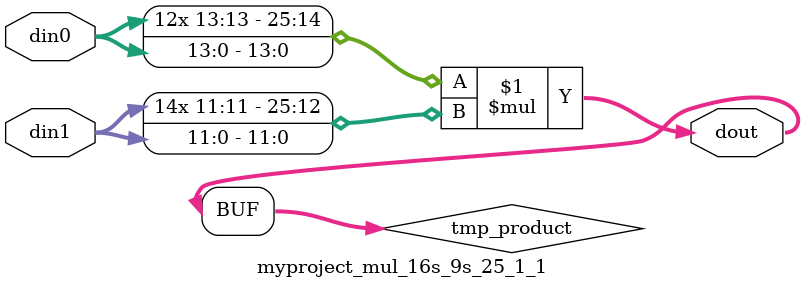
<source format=v>

`timescale 1 ns / 1 ps

  module myproject_mul_16s_9s_25_1_1(din0, din1, dout);
parameter ID = 1;
parameter NUM_STAGE = 0;
parameter din0_WIDTH = 14;
parameter din1_WIDTH = 12;
parameter dout_WIDTH = 26;

input [din0_WIDTH - 1 : 0] din0; 
input [din1_WIDTH - 1 : 0] din1; 
output [dout_WIDTH - 1 : 0] dout;

wire signed [dout_WIDTH - 1 : 0] tmp_product;













assign tmp_product = $signed(din0) * $signed(din1);








assign dout = tmp_product;







endmodule

</source>
